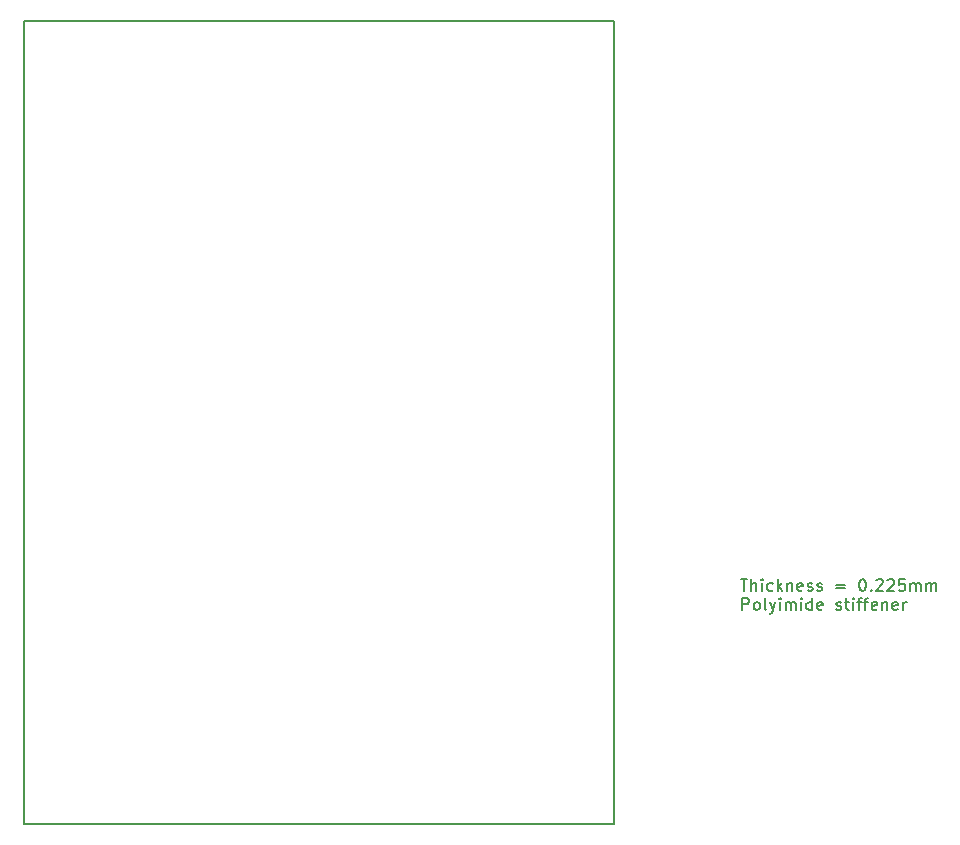
<source format=gbr>
G04 #@! TF.GenerationSoftware,KiCad,Pcbnew,7.0.7*
G04 #@! TF.CreationDate,2024-10-25T09:44:25+02:00*
G04 #@! TF.ProjectId,Benhui_Tongue,42656e68-7569-45f5-946f-6e6775652e6b,rev?*
G04 #@! TF.SameCoordinates,Original*
G04 #@! TF.FileFunction,Other,User*
%FSLAX46Y46*%
G04 Gerber Fmt 4.6, Leading zero omitted, Abs format (unit mm)*
G04 Created by KiCad (PCBNEW 7.0.7) date 2024-10-25 09:44:25*
%MOMM*%
%LPD*%
G01*
G04 APERTURE LIST*
%ADD10C,0.150000*%
G04 APERTURE END LIST*
D10*
X94200000Y-111100000D02*
X144200000Y-111100000D01*
X144200000Y-179100000D01*
X94200000Y-179100000D01*
X94200000Y-111100000D01*
X154893922Y-158359819D02*
X155465350Y-158359819D01*
X155179636Y-159359819D02*
X155179636Y-158359819D01*
X155798684Y-159359819D02*
X155798684Y-158359819D01*
X156227255Y-159359819D02*
X156227255Y-158836009D01*
X156227255Y-158836009D02*
X156179636Y-158740771D01*
X156179636Y-158740771D02*
X156084398Y-158693152D01*
X156084398Y-158693152D02*
X155941541Y-158693152D01*
X155941541Y-158693152D02*
X155846303Y-158740771D01*
X155846303Y-158740771D02*
X155798684Y-158788390D01*
X156703446Y-159359819D02*
X156703446Y-158693152D01*
X156703446Y-158359819D02*
X156655827Y-158407438D01*
X156655827Y-158407438D02*
X156703446Y-158455057D01*
X156703446Y-158455057D02*
X156751065Y-158407438D01*
X156751065Y-158407438D02*
X156703446Y-158359819D01*
X156703446Y-158359819D02*
X156703446Y-158455057D01*
X157608207Y-159312200D02*
X157512969Y-159359819D01*
X157512969Y-159359819D02*
X157322493Y-159359819D01*
X157322493Y-159359819D02*
X157227255Y-159312200D01*
X157227255Y-159312200D02*
X157179636Y-159264580D01*
X157179636Y-159264580D02*
X157132017Y-159169342D01*
X157132017Y-159169342D02*
X157132017Y-158883628D01*
X157132017Y-158883628D02*
X157179636Y-158788390D01*
X157179636Y-158788390D02*
X157227255Y-158740771D01*
X157227255Y-158740771D02*
X157322493Y-158693152D01*
X157322493Y-158693152D02*
X157512969Y-158693152D01*
X157512969Y-158693152D02*
X157608207Y-158740771D01*
X158036779Y-159359819D02*
X158036779Y-158359819D01*
X158132017Y-158978866D02*
X158417731Y-159359819D01*
X158417731Y-158693152D02*
X158036779Y-159074104D01*
X158846303Y-158693152D02*
X158846303Y-159359819D01*
X158846303Y-158788390D02*
X158893922Y-158740771D01*
X158893922Y-158740771D02*
X158989160Y-158693152D01*
X158989160Y-158693152D02*
X159132017Y-158693152D01*
X159132017Y-158693152D02*
X159227255Y-158740771D01*
X159227255Y-158740771D02*
X159274874Y-158836009D01*
X159274874Y-158836009D02*
X159274874Y-159359819D01*
X160132017Y-159312200D02*
X160036779Y-159359819D01*
X160036779Y-159359819D02*
X159846303Y-159359819D01*
X159846303Y-159359819D02*
X159751065Y-159312200D01*
X159751065Y-159312200D02*
X159703446Y-159216961D01*
X159703446Y-159216961D02*
X159703446Y-158836009D01*
X159703446Y-158836009D02*
X159751065Y-158740771D01*
X159751065Y-158740771D02*
X159846303Y-158693152D01*
X159846303Y-158693152D02*
X160036779Y-158693152D01*
X160036779Y-158693152D02*
X160132017Y-158740771D01*
X160132017Y-158740771D02*
X160179636Y-158836009D01*
X160179636Y-158836009D02*
X160179636Y-158931247D01*
X160179636Y-158931247D02*
X159703446Y-159026485D01*
X160560589Y-159312200D02*
X160655827Y-159359819D01*
X160655827Y-159359819D02*
X160846303Y-159359819D01*
X160846303Y-159359819D02*
X160941541Y-159312200D01*
X160941541Y-159312200D02*
X160989160Y-159216961D01*
X160989160Y-159216961D02*
X160989160Y-159169342D01*
X160989160Y-159169342D02*
X160941541Y-159074104D01*
X160941541Y-159074104D02*
X160846303Y-159026485D01*
X160846303Y-159026485D02*
X160703446Y-159026485D01*
X160703446Y-159026485D02*
X160608208Y-158978866D01*
X160608208Y-158978866D02*
X160560589Y-158883628D01*
X160560589Y-158883628D02*
X160560589Y-158836009D01*
X160560589Y-158836009D02*
X160608208Y-158740771D01*
X160608208Y-158740771D02*
X160703446Y-158693152D01*
X160703446Y-158693152D02*
X160846303Y-158693152D01*
X160846303Y-158693152D02*
X160941541Y-158740771D01*
X161370113Y-159312200D02*
X161465351Y-159359819D01*
X161465351Y-159359819D02*
X161655827Y-159359819D01*
X161655827Y-159359819D02*
X161751065Y-159312200D01*
X161751065Y-159312200D02*
X161798684Y-159216961D01*
X161798684Y-159216961D02*
X161798684Y-159169342D01*
X161798684Y-159169342D02*
X161751065Y-159074104D01*
X161751065Y-159074104D02*
X161655827Y-159026485D01*
X161655827Y-159026485D02*
X161512970Y-159026485D01*
X161512970Y-159026485D02*
X161417732Y-158978866D01*
X161417732Y-158978866D02*
X161370113Y-158883628D01*
X161370113Y-158883628D02*
X161370113Y-158836009D01*
X161370113Y-158836009D02*
X161417732Y-158740771D01*
X161417732Y-158740771D02*
X161512970Y-158693152D01*
X161512970Y-158693152D02*
X161655827Y-158693152D01*
X161655827Y-158693152D02*
X161751065Y-158740771D01*
X162989161Y-158836009D02*
X163751066Y-158836009D01*
X163751066Y-159121723D02*
X162989161Y-159121723D01*
X165179637Y-158359819D02*
X165274875Y-158359819D01*
X165274875Y-158359819D02*
X165370113Y-158407438D01*
X165370113Y-158407438D02*
X165417732Y-158455057D01*
X165417732Y-158455057D02*
X165465351Y-158550295D01*
X165465351Y-158550295D02*
X165512970Y-158740771D01*
X165512970Y-158740771D02*
X165512970Y-158978866D01*
X165512970Y-158978866D02*
X165465351Y-159169342D01*
X165465351Y-159169342D02*
X165417732Y-159264580D01*
X165417732Y-159264580D02*
X165370113Y-159312200D01*
X165370113Y-159312200D02*
X165274875Y-159359819D01*
X165274875Y-159359819D02*
X165179637Y-159359819D01*
X165179637Y-159359819D02*
X165084399Y-159312200D01*
X165084399Y-159312200D02*
X165036780Y-159264580D01*
X165036780Y-159264580D02*
X164989161Y-159169342D01*
X164989161Y-159169342D02*
X164941542Y-158978866D01*
X164941542Y-158978866D02*
X164941542Y-158740771D01*
X164941542Y-158740771D02*
X164989161Y-158550295D01*
X164989161Y-158550295D02*
X165036780Y-158455057D01*
X165036780Y-158455057D02*
X165084399Y-158407438D01*
X165084399Y-158407438D02*
X165179637Y-158359819D01*
X165941542Y-159264580D02*
X165989161Y-159312200D01*
X165989161Y-159312200D02*
X165941542Y-159359819D01*
X165941542Y-159359819D02*
X165893923Y-159312200D01*
X165893923Y-159312200D02*
X165941542Y-159264580D01*
X165941542Y-159264580D02*
X165941542Y-159359819D01*
X166370113Y-158455057D02*
X166417732Y-158407438D01*
X166417732Y-158407438D02*
X166512970Y-158359819D01*
X166512970Y-158359819D02*
X166751065Y-158359819D01*
X166751065Y-158359819D02*
X166846303Y-158407438D01*
X166846303Y-158407438D02*
X166893922Y-158455057D01*
X166893922Y-158455057D02*
X166941541Y-158550295D01*
X166941541Y-158550295D02*
X166941541Y-158645533D01*
X166941541Y-158645533D02*
X166893922Y-158788390D01*
X166893922Y-158788390D02*
X166322494Y-159359819D01*
X166322494Y-159359819D02*
X166941541Y-159359819D01*
X167322494Y-158455057D02*
X167370113Y-158407438D01*
X167370113Y-158407438D02*
X167465351Y-158359819D01*
X167465351Y-158359819D02*
X167703446Y-158359819D01*
X167703446Y-158359819D02*
X167798684Y-158407438D01*
X167798684Y-158407438D02*
X167846303Y-158455057D01*
X167846303Y-158455057D02*
X167893922Y-158550295D01*
X167893922Y-158550295D02*
X167893922Y-158645533D01*
X167893922Y-158645533D02*
X167846303Y-158788390D01*
X167846303Y-158788390D02*
X167274875Y-159359819D01*
X167274875Y-159359819D02*
X167893922Y-159359819D01*
X168798684Y-158359819D02*
X168322494Y-158359819D01*
X168322494Y-158359819D02*
X168274875Y-158836009D01*
X168274875Y-158836009D02*
X168322494Y-158788390D01*
X168322494Y-158788390D02*
X168417732Y-158740771D01*
X168417732Y-158740771D02*
X168655827Y-158740771D01*
X168655827Y-158740771D02*
X168751065Y-158788390D01*
X168751065Y-158788390D02*
X168798684Y-158836009D01*
X168798684Y-158836009D02*
X168846303Y-158931247D01*
X168846303Y-158931247D02*
X168846303Y-159169342D01*
X168846303Y-159169342D02*
X168798684Y-159264580D01*
X168798684Y-159264580D02*
X168751065Y-159312200D01*
X168751065Y-159312200D02*
X168655827Y-159359819D01*
X168655827Y-159359819D02*
X168417732Y-159359819D01*
X168417732Y-159359819D02*
X168322494Y-159312200D01*
X168322494Y-159312200D02*
X168274875Y-159264580D01*
X169274875Y-159359819D02*
X169274875Y-158693152D01*
X169274875Y-158788390D02*
X169322494Y-158740771D01*
X169322494Y-158740771D02*
X169417732Y-158693152D01*
X169417732Y-158693152D02*
X169560589Y-158693152D01*
X169560589Y-158693152D02*
X169655827Y-158740771D01*
X169655827Y-158740771D02*
X169703446Y-158836009D01*
X169703446Y-158836009D02*
X169703446Y-159359819D01*
X169703446Y-158836009D02*
X169751065Y-158740771D01*
X169751065Y-158740771D02*
X169846303Y-158693152D01*
X169846303Y-158693152D02*
X169989160Y-158693152D01*
X169989160Y-158693152D02*
X170084399Y-158740771D01*
X170084399Y-158740771D02*
X170132018Y-158836009D01*
X170132018Y-158836009D02*
X170132018Y-159359819D01*
X170608208Y-159359819D02*
X170608208Y-158693152D01*
X170608208Y-158788390D02*
X170655827Y-158740771D01*
X170655827Y-158740771D02*
X170751065Y-158693152D01*
X170751065Y-158693152D02*
X170893922Y-158693152D01*
X170893922Y-158693152D02*
X170989160Y-158740771D01*
X170989160Y-158740771D02*
X171036779Y-158836009D01*
X171036779Y-158836009D02*
X171036779Y-159359819D01*
X171036779Y-158836009D02*
X171084398Y-158740771D01*
X171084398Y-158740771D02*
X171179636Y-158693152D01*
X171179636Y-158693152D02*
X171322493Y-158693152D01*
X171322493Y-158693152D02*
X171417732Y-158740771D01*
X171417732Y-158740771D02*
X171465351Y-158836009D01*
X171465351Y-158836009D02*
X171465351Y-159359819D01*
X155036779Y-160969819D02*
X155036779Y-159969819D01*
X155036779Y-159969819D02*
X155417731Y-159969819D01*
X155417731Y-159969819D02*
X155512969Y-160017438D01*
X155512969Y-160017438D02*
X155560588Y-160065057D01*
X155560588Y-160065057D02*
X155608207Y-160160295D01*
X155608207Y-160160295D02*
X155608207Y-160303152D01*
X155608207Y-160303152D02*
X155560588Y-160398390D01*
X155560588Y-160398390D02*
X155512969Y-160446009D01*
X155512969Y-160446009D02*
X155417731Y-160493628D01*
X155417731Y-160493628D02*
X155036779Y-160493628D01*
X156179636Y-160969819D02*
X156084398Y-160922200D01*
X156084398Y-160922200D02*
X156036779Y-160874580D01*
X156036779Y-160874580D02*
X155989160Y-160779342D01*
X155989160Y-160779342D02*
X155989160Y-160493628D01*
X155989160Y-160493628D02*
X156036779Y-160398390D01*
X156036779Y-160398390D02*
X156084398Y-160350771D01*
X156084398Y-160350771D02*
X156179636Y-160303152D01*
X156179636Y-160303152D02*
X156322493Y-160303152D01*
X156322493Y-160303152D02*
X156417731Y-160350771D01*
X156417731Y-160350771D02*
X156465350Y-160398390D01*
X156465350Y-160398390D02*
X156512969Y-160493628D01*
X156512969Y-160493628D02*
X156512969Y-160779342D01*
X156512969Y-160779342D02*
X156465350Y-160874580D01*
X156465350Y-160874580D02*
X156417731Y-160922200D01*
X156417731Y-160922200D02*
X156322493Y-160969819D01*
X156322493Y-160969819D02*
X156179636Y-160969819D01*
X157084398Y-160969819D02*
X156989160Y-160922200D01*
X156989160Y-160922200D02*
X156941541Y-160826961D01*
X156941541Y-160826961D02*
X156941541Y-159969819D01*
X157370113Y-160303152D02*
X157608208Y-160969819D01*
X157846303Y-160303152D02*
X157608208Y-160969819D01*
X157608208Y-160969819D02*
X157512970Y-161207914D01*
X157512970Y-161207914D02*
X157465351Y-161255533D01*
X157465351Y-161255533D02*
X157370113Y-161303152D01*
X158227256Y-160969819D02*
X158227256Y-160303152D01*
X158227256Y-159969819D02*
X158179637Y-160017438D01*
X158179637Y-160017438D02*
X158227256Y-160065057D01*
X158227256Y-160065057D02*
X158274875Y-160017438D01*
X158274875Y-160017438D02*
X158227256Y-159969819D01*
X158227256Y-159969819D02*
X158227256Y-160065057D01*
X158703446Y-160969819D02*
X158703446Y-160303152D01*
X158703446Y-160398390D02*
X158751065Y-160350771D01*
X158751065Y-160350771D02*
X158846303Y-160303152D01*
X158846303Y-160303152D02*
X158989160Y-160303152D01*
X158989160Y-160303152D02*
X159084398Y-160350771D01*
X159084398Y-160350771D02*
X159132017Y-160446009D01*
X159132017Y-160446009D02*
X159132017Y-160969819D01*
X159132017Y-160446009D02*
X159179636Y-160350771D01*
X159179636Y-160350771D02*
X159274874Y-160303152D01*
X159274874Y-160303152D02*
X159417731Y-160303152D01*
X159417731Y-160303152D02*
X159512970Y-160350771D01*
X159512970Y-160350771D02*
X159560589Y-160446009D01*
X159560589Y-160446009D02*
X159560589Y-160969819D01*
X160036779Y-160969819D02*
X160036779Y-160303152D01*
X160036779Y-159969819D02*
X159989160Y-160017438D01*
X159989160Y-160017438D02*
X160036779Y-160065057D01*
X160036779Y-160065057D02*
X160084398Y-160017438D01*
X160084398Y-160017438D02*
X160036779Y-159969819D01*
X160036779Y-159969819D02*
X160036779Y-160065057D01*
X160941540Y-160969819D02*
X160941540Y-159969819D01*
X160941540Y-160922200D02*
X160846302Y-160969819D01*
X160846302Y-160969819D02*
X160655826Y-160969819D01*
X160655826Y-160969819D02*
X160560588Y-160922200D01*
X160560588Y-160922200D02*
X160512969Y-160874580D01*
X160512969Y-160874580D02*
X160465350Y-160779342D01*
X160465350Y-160779342D02*
X160465350Y-160493628D01*
X160465350Y-160493628D02*
X160512969Y-160398390D01*
X160512969Y-160398390D02*
X160560588Y-160350771D01*
X160560588Y-160350771D02*
X160655826Y-160303152D01*
X160655826Y-160303152D02*
X160846302Y-160303152D01*
X160846302Y-160303152D02*
X160941540Y-160350771D01*
X161798683Y-160922200D02*
X161703445Y-160969819D01*
X161703445Y-160969819D02*
X161512969Y-160969819D01*
X161512969Y-160969819D02*
X161417731Y-160922200D01*
X161417731Y-160922200D02*
X161370112Y-160826961D01*
X161370112Y-160826961D02*
X161370112Y-160446009D01*
X161370112Y-160446009D02*
X161417731Y-160350771D01*
X161417731Y-160350771D02*
X161512969Y-160303152D01*
X161512969Y-160303152D02*
X161703445Y-160303152D01*
X161703445Y-160303152D02*
X161798683Y-160350771D01*
X161798683Y-160350771D02*
X161846302Y-160446009D01*
X161846302Y-160446009D02*
X161846302Y-160541247D01*
X161846302Y-160541247D02*
X161370112Y-160636485D01*
X162989160Y-160922200D02*
X163084398Y-160969819D01*
X163084398Y-160969819D02*
X163274874Y-160969819D01*
X163274874Y-160969819D02*
X163370112Y-160922200D01*
X163370112Y-160922200D02*
X163417731Y-160826961D01*
X163417731Y-160826961D02*
X163417731Y-160779342D01*
X163417731Y-160779342D02*
X163370112Y-160684104D01*
X163370112Y-160684104D02*
X163274874Y-160636485D01*
X163274874Y-160636485D02*
X163132017Y-160636485D01*
X163132017Y-160636485D02*
X163036779Y-160588866D01*
X163036779Y-160588866D02*
X162989160Y-160493628D01*
X162989160Y-160493628D02*
X162989160Y-160446009D01*
X162989160Y-160446009D02*
X163036779Y-160350771D01*
X163036779Y-160350771D02*
X163132017Y-160303152D01*
X163132017Y-160303152D02*
X163274874Y-160303152D01*
X163274874Y-160303152D02*
X163370112Y-160350771D01*
X163703446Y-160303152D02*
X164084398Y-160303152D01*
X163846303Y-159969819D02*
X163846303Y-160826961D01*
X163846303Y-160826961D02*
X163893922Y-160922200D01*
X163893922Y-160922200D02*
X163989160Y-160969819D01*
X163989160Y-160969819D02*
X164084398Y-160969819D01*
X164417732Y-160969819D02*
X164417732Y-160303152D01*
X164417732Y-159969819D02*
X164370113Y-160017438D01*
X164370113Y-160017438D02*
X164417732Y-160065057D01*
X164417732Y-160065057D02*
X164465351Y-160017438D01*
X164465351Y-160017438D02*
X164417732Y-159969819D01*
X164417732Y-159969819D02*
X164417732Y-160065057D01*
X164751065Y-160303152D02*
X165132017Y-160303152D01*
X164893922Y-160969819D02*
X164893922Y-160112676D01*
X164893922Y-160112676D02*
X164941541Y-160017438D01*
X164941541Y-160017438D02*
X165036779Y-159969819D01*
X165036779Y-159969819D02*
X165132017Y-159969819D01*
X165322494Y-160303152D02*
X165703446Y-160303152D01*
X165465351Y-160969819D02*
X165465351Y-160112676D01*
X165465351Y-160112676D02*
X165512970Y-160017438D01*
X165512970Y-160017438D02*
X165608208Y-159969819D01*
X165608208Y-159969819D02*
X165703446Y-159969819D01*
X166417732Y-160922200D02*
X166322494Y-160969819D01*
X166322494Y-160969819D02*
X166132018Y-160969819D01*
X166132018Y-160969819D02*
X166036780Y-160922200D01*
X166036780Y-160922200D02*
X165989161Y-160826961D01*
X165989161Y-160826961D02*
X165989161Y-160446009D01*
X165989161Y-160446009D02*
X166036780Y-160350771D01*
X166036780Y-160350771D02*
X166132018Y-160303152D01*
X166132018Y-160303152D02*
X166322494Y-160303152D01*
X166322494Y-160303152D02*
X166417732Y-160350771D01*
X166417732Y-160350771D02*
X166465351Y-160446009D01*
X166465351Y-160446009D02*
X166465351Y-160541247D01*
X166465351Y-160541247D02*
X165989161Y-160636485D01*
X166893923Y-160303152D02*
X166893923Y-160969819D01*
X166893923Y-160398390D02*
X166941542Y-160350771D01*
X166941542Y-160350771D02*
X167036780Y-160303152D01*
X167036780Y-160303152D02*
X167179637Y-160303152D01*
X167179637Y-160303152D02*
X167274875Y-160350771D01*
X167274875Y-160350771D02*
X167322494Y-160446009D01*
X167322494Y-160446009D02*
X167322494Y-160969819D01*
X168179637Y-160922200D02*
X168084399Y-160969819D01*
X168084399Y-160969819D02*
X167893923Y-160969819D01*
X167893923Y-160969819D02*
X167798685Y-160922200D01*
X167798685Y-160922200D02*
X167751066Y-160826961D01*
X167751066Y-160826961D02*
X167751066Y-160446009D01*
X167751066Y-160446009D02*
X167798685Y-160350771D01*
X167798685Y-160350771D02*
X167893923Y-160303152D01*
X167893923Y-160303152D02*
X168084399Y-160303152D01*
X168084399Y-160303152D02*
X168179637Y-160350771D01*
X168179637Y-160350771D02*
X168227256Y-160446009D01*
X168227256Y-160446009D02*
X168227256Y-160541247D01*
X168227256Y-160541247D02*
X167751066Y-160636485D01*
X168655828Y-160969819D02*
X168655828Y-160303152D01*
X168655828Y-160493628D02*
X168703447Y-160398390D01*
X168703447Y-160398390D02*
X168751066Y-160350771D01*
X168751066Y-160350771D02*
X168846304Y-160303152D01*
X168846304Y-160303152D02*
X168941542Y-160303152D01*
M02*

</source>
